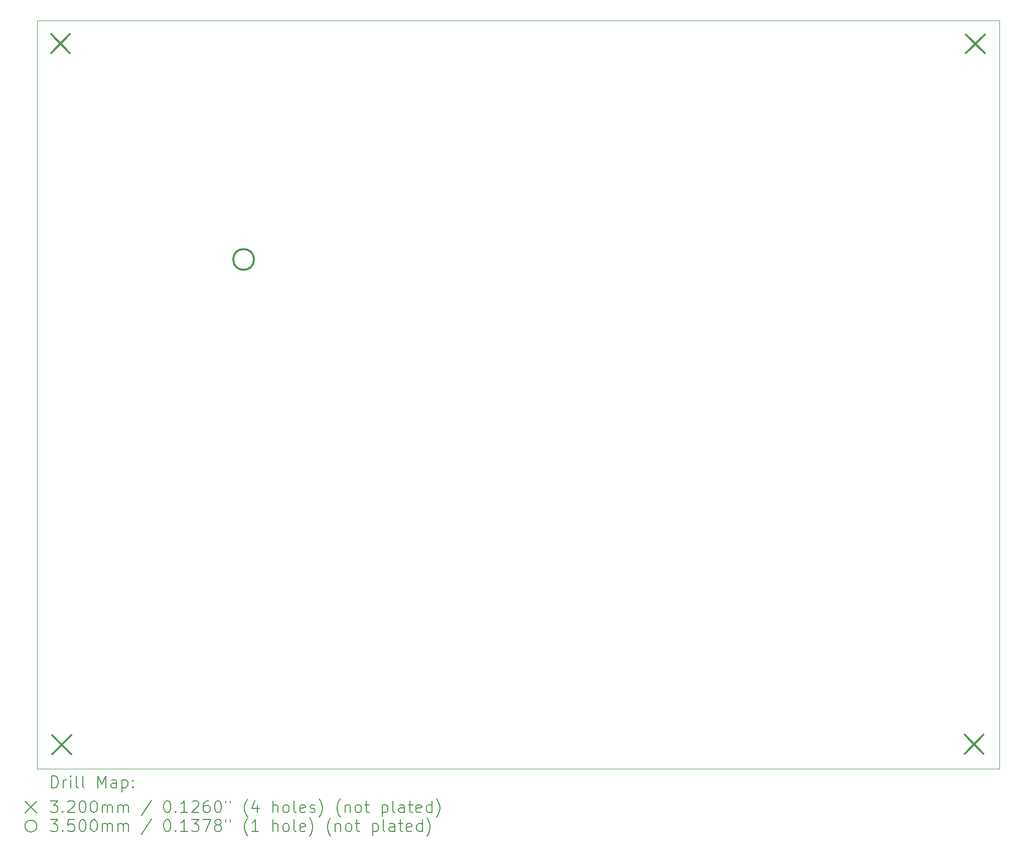
<source format=gbr>
%TF.GenerationSoftware,KiCad,Pcbnew,7.0.2-6a45011f42~172~ubuntu22.04.1*%
%TF.CreationDate,2023-04-27T13:31:00+02:00*%
%TF.ProjectId,Grup3_Tarda_Projecte_Netejaparabrises,47727570-335f-4546-9172-64615f50726f,1.4.27042023*%
%TF.SameCoordinates,Original*%
%TF.FileFunction,Drillmap*%
%TF.FilePolarity,Positive*%
%FSLAX45Y45*%
G04 Gerber Fmt 4.5, Leading zero omitted, Abs format (unit mm)*
G04 Created by KiCad (PCBNEW 7.0.2-6a45011f42~172~ubuntu22.04.1) date 2023-04-27 13:31:00*
%MOMM*%
%LPD*%
G01*
G04 APERTURE LIST*
%ADD10C,0.100000*%
%ADD11C,0.200000*%
%ADD12C,0.320000*%
%ADD13C,0.350000*%
G04 APERTURE END LIST*
D10*
X5336000Y-3273000D02*
X21572000Y-3273000D01*
X21572000Y-15918000D01*
X5336000Y-15918000D01*
X5336000Y-3273000D01*
D11*
D12*
X5569000Y-3502000D02*
X5889000Y-3822000D01*
X5889000Y-3502000D02*
X5569000Y-3822000D01*
X5592000Y-15347000D02*
X5912000Y-15667000D01*
X5912000Y-15347000D02*
X5592000Y-15667000D01*
X20987000Y-15340000D02*
X21307000Y-15660000D01*
X21307000Y-15340000D02*
X20987000Y-15660000D01*
X21008000Y-3509000D02*
X21328000Y-3829000D01*
X21328000Y-3509000D02*
X21008000Y-3829000D01*
D13*
X8995000Y-7312000D02*
G75*
G03*
X8995000Y-7312000I-175000J0D01*
G01*
D11*
X5578619Y-16235524D02*
X5578619Y-16035524D01*
X5578619Y-16035524D02*
X5626238Y-16035524D01*
X5626238Y-16035524D02*
X5654809Y-16045048D01*
X5654809Y-16045048D02*
X5673857Y-16064095D01*
X5673857Y-16064095D02*
X5683381Y-16083143D01*
X5683381Y-16083143D02*
X5692905Y-16121238D01*
X5692905Y-16121238D02*
X5692905Y-16149809D01*
X5692905Y-16149809D02*
X5683381Y-16187905D01*
X5683381Y-16187905D02*
X5673857Y-16206952D01*
X5673857Y-16206952D02*
X5654809Y-16226000D01*
X5654809Y-16226000D02*
X5626238Y-16235524D01*
X5626238Y-16235524D02*
X5578619Y-16235524D01*
X5778619Y-16235524D02*
X5778619Y-16102190D01*
X5778619Y-16140286D02*
X5788143Y-16121238D01*
X5788143Y-16121238D02*
X5797667Y-16111714D01*
X5797667Y-16111714D02*
X5816714Y-16102190D01*
X5816714Y-16102190D02*
X5835762Y-16102190D01*
X5902428Y-16235524D02*
X5902428Y-16102190D01*
X5902428Y-16035524D02*
X5892905Y-16045048D01*
X5892905Y-16045048D02*
X5902428Y-16054571D01*
X5902428Y-16054571D02*
X5911952Y-16045048D01*
X5911952Y-16045048D02*
X5902428Y-16035524D01*
X5902428Y-16035524D02*
X5902428Y-16054571D01*
X6026238Y-16235524D02*
X6007190Y-16226000D01*
X6007190Y-16226000D02*
X5997667Y-16206952D01*
X5997667Y-16206952D02*
X5997667Y-16035524D01*
X6131000Y-16235524D02*
X6111952Y-16226000D01*
X6111952Y-16226000D02*
X6102428Y-16206952D01*
X6102428Y-16206952D02*
X6102428Y-16035524D01*
X6359571Y-16235524D02*
X6359571Y-16035524D01*
X6359571Y-16035524D02*
X6426238Y-16178381D01*
X6426238Y-16178381D02*
X6492905Y-16035524D01*
X6492905Y-16035524D02*
X6492905Y-16235524D01*
X6673857Y-16235524D02*
X6673857Y-16130762D01*
X6673857Y-16130762D02*
X6664333Y-16111714D01*
X6664333Y-16111714D02*
X6645286Y-16102190D01*
X6645286Y-16102190D02*
X6607190Y-16102190D01*
X6607190Y-16102190D02*
X6588143Y-16111714D01*
X6673857Y-16226000D02*
X6654809Y-16235524D01*
X6654809Y-16235524D02*
X6607190Y-16235524D01*
X6607190Y-16235524D02*
X6588143Y-16226000D01*
X6588143Y-16226000D02*
X6578619Y-16206952D01*
X6578619Y-16206952D02*
X6578619Y-16187905D01*
X6578619Y-16187905D02*
X6588143Y-16168857D01*
X6588143Y-16168857D02*
X6607190Y-16159333D01*
X6607190Y-16159333D02*
X6654809Y-16159333D01*
X6654809Y-16159333D02*
X6673857Y-16149809D01*
X6769095Y-16102190D02*
X6769095Y-16302190D01*
X6769095Y-16111714D02*
X6788143Y-16102190D01*
X6788143Y-16102190D02*
X6826238Y-16102190D01*
X6826238Y-16102190D02*
X6845286Y-16111714D01*
X6845286Y-16111714D02*
X6854809Y-16121238D01*
X6854809Y-16121238D02*
X6864333Y-16140286D01*
X6864333Y-16140286D02*
X6864333Y-16197428D01*
X6864333Y-16197428D02*
X6854809Y-16216476D01*
X6854809Y-16216476D02*
X6845286Y-16226000D01*
X6845286Y-16226000D02*
X6826238Y-16235524D01*
X6826238Y-16235524D02*
X6788143Y-16235524D01*
X6788143Y-16235524D02*
X6769095Y-16226000D01*
X6950048Y-16216476D02*
X6959571Y-16226000D01*
X6959571Y-16226000D02*
X6950048Y-16235524D01*
X6950048Y-16235524D02*
X6940524Y-16226000D01*
X6940524Y-16226000D02*
X6950048Y-16216476D01*
X6950048Y-16216476D02*
X6950048Y-16235524D01*
X6950048Y-16111714D02*
X6959571Y-16121238D01*
X6959571Y-16121238D02*
X6950048Y-16130762D01*
X6950048Y-16130762D02*
X6940524Y-16121238D01*
X6940524Y-16121238D02*
X6950048Y-16111714D01*
X6950048Y-16111714D02*
X6950048Y-16130762D01*
X5131000Y-16463000D02*
X5331000Y-16663000D01*
X5331000Y-16463000D02*
X5131000Y-16663000D01*
X5559571Y-16455524D02*
X5683381Y-16455524D01*
X5683381Y-16455524D02*
X5616714Y-16531714D01*
X5616714Y-16531714D02*
X5645286Y-16531714D01*
X5645286Y-16531714D02*
X5664333Y-16541238D01*
X5664333Y-16541238D02*
X5673857Y-16550762D01*
X5673857Y-16550762D02*
X5683381Y-16569809D01*
X5683381Y-16569809D02*
X5683381Y-16617428D01*
X5683381Y-16617428D02*
X5673857Y-16636476D01*
X5673857Y-16636476D02*
X5664333Y-16646000D01*
X5664333Y-16646000D02*
X5645286Y-16655524D01*
X5645286Y-16655524D02*
X5588143Y-16655524D01*
X5588143Y-16655524D02*
X5569095Y-16646000D01*
X5569095Y-16646000D02*
X5559571Y-16636476D01*
X5769095Y-16636476D02*
X5778619Y-16646000D01*
X5778619Y-16646000D02*
X5769095Y-16655524D01*
X5769095Y-16655524D02*
X5759571Y-16646000D01*
X5759571Y-16646000D02*
X5769095Y-16636476D01*
X5769095Y-16636476D02*
X5769095Y-16655524D01*
X5854809Y-16474571D02*
X5864333Y-16465048D01*
X5864333Y-16465048D02*
X5883381Y-16455524D01*
X5883381Y-16455524D02*
X5931000Y-16455524D01*
X5931000Y-16455524D02*
X5950048Y-16465048D01*
X5950048Y-16465048D02*
X5959571Y-16474571D01*
X5959571Y-16474571D02*
X5969095Y-16493619D01*
X5969095Y-16493619D02*
X5969095Y-16512667D01*
X5969095Y-16512667D02*
X5959571Y-16541238D01*
X5959571Y-16541238D02*
X5845286Y-16655524D01*
X5845286Y-16655524D02*
X5969095Y-16655524D01*
X6092905Y-16455524D02*
X6111952Y-16455524D01*
X6111952Y-16455524D02*
X6131000Y-16465048D01*
X6131000Y-16465048D02*
X6140524Y-16474571D01*
X6140524Y-16474571D02*
X6150048Y-16493619D01*
X6150048Y-16493619D02*
X6159571Y-16531714D01*
X6159571Y-16531714D02*
X6159571Y-16579333D01*
X6159571Y-16579333D02*
X6150048Y-16617428D01*
X6150048Y-16617428D02*
X6140524Y-16636476D01*
X6140524Y-16636476D02*
X6131000Y-16646000D01*
X6131000Y-16646000D02*
X6111952Y-16655524D01*
X6111952Y-16655524D02*
X6092905Y-16655524D01*
X6092905Y-16655524D02*
X6073857Y-16646000D01*
X6073857Y-16646000D02*
X6064333Y-16636476D01*
X6064333Y-16636476D02*
X6054809Y-16617428D01*
X6054809Y-16617428D02*
X6045286Y-16579333D01*
X6045286Y-16579333D02*
X6045286Y-16531714D01*
X6045286Y-16531714D02*
X6054809Y-16493619D01*
X6054809Y-16493619D02*
X6064333Y-16474571D01*
X6064333Y-16474571D02*
X6073857Y-16465048D01*
X6073857Y-16465048D02*
X6092905Y-16455524D01*
X6283381Y-16455524D02*
X6302429Y-16455524D01*
X6302429Y-16455524D02*
X6321476Y-16465048D01*
X6321476Y-16465048D02*
X6331000Y-16474571D01*
X6331000Y-16474571D02*
X6340524Y-16493619D01*
X6340524Y-16493619D02*
X6350048Y-16531714D01*
X6350048Y-16531714D02*
X6350048Y-16579333D01*
X6350048Y-16579333D02*
X6340524Y-16617428D01*
X6340524Y-16617428D02*
X6331000Y-16636476D01*
X6331000Y-16636476D02*
X6321476Y-16646000D01*
X6321476Y-16646000D02*
X6302429Y-16655524D01*
X6302429Y-16655524D02*
X6283381Y-16655524D01*
X6283381Y-16655524D02*
X6264333Y-16646000D01*
X6264333Y-16646000D02*
X6254809Y-16636476D01*
X6254809Y-16636476D02*
X6245286Y-16617428D01*
X6245286Y-16617428D02*
X6235762Y-16579333D01*
X6235762Y-16579333D02*
X6235762Y-16531714D01*
X6235762Y-16531714D02*
X6245286Y-16493619D01*
X6245286Y-16493619D02*
X6254809Y-16474571D01*
X6254809Y-16474571D02*
X6264333Y-16465048D01*
X6264333Y-16465048D02*
X6283381Y-16455524D01*
X6435762Y-16655524D02*
X6435762Y-16522190D01*
X6435762Y-16541238D02*
X6445286Y-16531714D01*
X6445286Y-16531714D02*
X6464333Y-16522190D01*
X6464333Y-16522190D02*
X6492905Y-16522190D01*
X6492905Y-16522190D02*
X6511952Y-16531714D01*
X6511952Y-16531714D02*
X6521476Y-16550762D01*
X6521476Y-16550762D02*
X6521476Y-16655524D01*
X6521476Y-16550762D02*
X6531000Y-16531714D01*
X6531000Y-16531714D02*
X6550048Y-16522190D01*
X6550048Y-16522190D02*
X6578619Y-16522190D01*
X6578619Y-16522190D02*
X6597667Y-16531714D01*
X6597667Y-16531714D02*
X6607190Y-16550762D01*
X6607190Y-16550762D02*
X6607190Y-16655524D01*
X6702429Y-16655524D02*
X6702429Y-16522190D01*
X6702429Y-16541238D02*
X6711952Y-16531714D01*
X6711952Y-16531714D02*
X6731000Y-16522190D01*
X6731000Y-16522190D02*
X6759571Y-16522190D01*
X6759571Y-16522190D02*
X6778619Y-16531714D01*
X6778619Y-16531714D02*
X6788143Y-16550762D01*
X6788143Y-16550762D02*
X6788143Y-16655524D01*
X6788143Y-16550762D02*
X6797667Y-16531714D01*
X6797667Y-16531714D02*
X6816714Y-16522190D01*
X6816714Y-16522190D02*
X6845286Y-16522190D01*
X6845286Y-16522190D02*
X6864333Y-16531714D01*
X6864333Y-16531714D02*
X6873857Y-16550762D01*
X6873857Y-16550762D02*
X6873857Y-16655524D01*
X7264333Y-16446000D02*
X7092905Y-16703143D01*
X7521476Y-16455524D02*
X7540524Y-16455524D01*
X7540524Y-16455524D02*
X7559572Y-16465048D01*
X7559572Y-16465048D02*
X7569095Y-16474571D01*
X7569095Y-16474571D02*
X7578619Y-16493619D01*
X7578619Y-16493619D02*
X7588143Y-16531714D01*
X7588143Y-16531714D02*
X7588143Y-16579333D01*
X7588143Y-16579333D02*
X7578619Y-16617428D01*
X7578619Y-16617428D02*
X7569095Y-16636476D01*
X7569095Y-16636476D02*
X7559572Y-16646000D01*
X7559572Y-16646000D02*
X7540524Y-16655524D01*
X7540524Y-16655524D02*
X7521476Y-16655524D01*
X7521476Y-16655524D02*
X7502429Y-16646000D01*
X7502429Y-16646000D02*
X7492905Y-16636476D01*
X7492905Y-16636476D02*
X7483381Y-16617428D01*
X7483381Y-16617428D02*
X7473857Y-16579333D01*
X7473857Y-16579333D02*
X7473857Y-16531714D01*
X7473857Y-16531714D02*
X7483381Y-16493619D01*
X7483381Y-16493619D02*
X7492905Y-16474571D01*
X7492905Y-16474571D02*
X7502429Y-16465048D01*
X7502429Y-16465048D02*
X7521476Y-16455524D01*
X7673857Y-16636476D02*
X7683381Y-16646000D01*
X7683381Y-16646000D02*
X7673857Y-16655524D01*
X7673857Y-16655524D02*
X7664333Y-16646000D01*
X7664333Y-16646000D02*
X7673857Y-16636476D01*
X7673857Y-16636476D02*
X7673857Y-16655524D01*
X7873857Y-16655524D02*
X7759572Y-16655524D01*
X7816714Y-16655524D02*
X7816714Y-16455524D01*
X7816714Y-16455524D02*
X7797667Y-16484095D01*
X7797667Y-16484095D02*
X7778619Y-16503143D01*
X7778619Y-16503143D02*
X7759572Y-16512667D01*
X7950048Y-16474571D02*
X7959572Y-16465048D01*
X7959572Y-16465048D02*
X7978619Y-16455524D01*
X7978619Y-16455524D02*
X8026238Y-16455524D01*
X8026238Y-16455524D02*
X8045286Y-16465048D01*
X8045286Y-16465048D02*
X8054810Y-16474571D01*
X8054810Y-16474571D02*
X8064333Y-16493619D01*
X8064333Y-16493619D02*
X8064333Y-16512667D01*
X8064333Y-16512667D02*
X8054810Y-16541238D01*
X8054810Y-16541238D02*
X7940524Y-16655524D01*
X7940524Y-16655524D02*
X8064333Y-16655524D01*
X8235762Y-16455524D02*
X8197667Y-16455524D01*
X8197667Y-16455524D02*
X8178619Y-16465048D01*
X8178619Y-16465048D02*
X8169095Y-16474571D01*
X8169095Y-16474571D02*
X8150048Y-16503143D01*
X8150048Y-16503143D02*
X8140524Y-16541238D01*
X8140524Y-16541238D02*
X8140524Y-16617428D01*
X8140524Y-16617428D02*
X8150048Y-16636476D01*
X8150048Y-16636476D02*
X8159572Y-16646000D01*
X8159572Y-16646000D02*
X8178619Y-16655524D01*
X8178619Y-16655524D02*
X8216714Y-16655524D01*
X8216714Y-16655524D02*
X8235762Y-16646000D01*
X8235762Y-16646000D02*
X8245286Y-16636476D01*
X8245286Y-16636476D02*
X8254810Y-16617428D01*
X8254810Y-16617428D02*
X8254810Y-16569809D01*
X8254810Y-16569809D02*
X8245286Y-16550762D01*
X8245286Y-16550762D02*
X8235762Y-16541238D01*
X8235762Y-16541238D02*
X8216714Y-16531714D01*
X8216714Y-16531714D02*
X8178619Y-16531714D01*
X8178619Y-16531714D02*
X8159572Y-16541238D01*
X8159572Y-16541238D02*
X8150048Y-16550762D01*
X8150048Y-16550762D02*
X8140524Y-16569809D01*
X8378619Y-16455524D02*
X8397667Y-16455524D01*
X8397667Y-16455524D02*
X8416715Y-16465048D01*
X8416715Y-16465048D02*
X8426238Y-16474571D01*
X8426238Y-16474571D02*
X8435762Y-16493619D01*
X8435762Y-16493619D02*
X8445286Y-16531714D01*
X8445286Y-16531714D02*
X8445286Y-16579333D01*
X8445286Y-16579333D02*
X8435762Y-16617428D01*
X8435762Y-16617428D02*
X8426238Y-16636476D01*
X8426238Y-16636476D02*
X8416715Y-16646000D01*
X8416715Y-16646000D02*
X8397667Y-16655524D01*
X8397667Y-16655524D02*
X8378619Y-16655524D01*
X8378619Y-16655524D02*
X8359572Y-16646000D01*
X8359572Y-16646000D02*
X8350048Y-16636476D01*
X8350048Y-16636476D02*
X8340524Y-16617428D01*
X8340524Y-16617428D02*
X8331000Y-16579333D01*
X8331000Y-16579333D02*
X8331000Y-16531714D01*
X8331000Y-16531714D02*
X8340524Y-16493619D01*
X8340524Y-16493619D02*
X8350048Y-16474571D01*
X8350048Y-16474571D02*
X8359572Y-16465048D01*
X8359572Y-16465048D02*
X8378619Y-16455524D01*
X8521476Y-16455524D02*
X8521476Y-16493619D01*
X8597667Y-16455524D02*
X8597667Y-16493619D01*
X8892905Y-16731714D02*
X8883381Y-16722190D01*
X8883381Y-16722190D02*
X8864334Y-16693619D01*
X8864334Y-16693619D02*
X8854810Y-16674571D01*
X8854810Y-16674571D02*
X8845286Y-16646000D01*
X8845286Y-16646000D02*
X8835762Y-16598381D01*
X8835762Y-16598381D02*
X8835762Y-16560286D01*
X8835762Y-16560286D02*
X8845286Y-16512667D01*
X8845286Y-16512667D02*
X8854810Y-16484095D01*
X8854810Y-16484095D02*
X8864334Y-16465048D01*
X8864334Y-16465048D02*
X8883381Y-16436476D01*
X8883381Y-16436476D02*
X8892905Y-16426952D01*
X9054810Y-16522190D02*
X9054810Y-16655524D01*
X9007191Y-16446000D02*
X8959572Y-16588857D01*
X8959572Y-16588857D02*
X9083381Y-16588857D01*
X9311953Y-16655524D02*
X9311953Y-16455524D01*
X9397667Y-16655524D02*
X9397667Y-16550762D01*
X9397667Y-16550762D02*
X9388143Y-16531714D01*
X9388143Y-16531714D02*
X9369096Y-16522190D01*
X9369096Y-16522190D02*
X9340524Y-16522190D01*
X9340524Y-16522190D02*
X9321477Y-16531714D01*
X9321477Y-16531714D02*
X9311953Y-16541238D01*
X9521477Y-16655524D02*
X9502429Y-16646000D01*
X9502429Y-16646000D02*
X9492905Y-16636476D01*
X9492905Y-16636476D02*
X9483381Y-16617428D01*
X9483381Y-16617428D02*
X9483381Y-16560286D01*
X9483381Y-16560286D02*
X9492905Y-16541238D01*
X9492905Y-16541238D02*
X9502429Y-16531714D01*
X9502429Y-16531714D02*
X9521477Y-16522190D01*
X9521477Y-16522190D02*
X9550048Y-16522190D01*
X9550048Y-16522190D02*
X9569096Y-16531714D01*
X9569096Y-16531714D02*
X9578619Y-16541238D01*
X9578619Y-16541238D02*
X9588143Y-16560286D01*
X9588143Y-16560286D02*
X9588143Y-16617428D01*
X9588143Y-16617428D02*
X9578619Y-16636476D01*
X9578619Y-16636476D02*
X9569096Y-16646000D01*
X9569096Y-16646000D02*
X9550048Y-16655524D01*
X9550048Y-16655524D02*
X9521477Y-16655524D01*
X9702429Y-16655524D02*
X9683381Y-16646000D01*
X9683381Y-16646000D02*
X9673858Y-16626952D01*
X9673858Y-16626952D02*
X9673858Y-16455524D01*
X9854810Y-16646000D02*
X9835762Y-16655524D01*
X9835762Y-16655524D02*
X9797667Y-16655524D01*
X9797667Y-16655524D02*
X9778619Y-16646000D01*
X9778619Y-16646000D02*
X9769096Y-16626952D01*
X9769096Y-16626952D02*
X9769096Y-16550762D01*
X9769096Y-16550762D02*
X9778619Y-16531714D01*
X9778619Y-16531714D02*
X9797667Y-16522190D01*
X9797667Y-16522190D02*
X9835762Y-16522190D01*
X9835762Y-16522190D02*
X9854810Y-16531714D01*
X9854810Y-16531714D02*
X9864334Y-16550762D01*
X9864334Y-16550762D02*
X9864334Y-16569809D01*
X9864334Y-16569809D02*
X9769096Y-16588857D01*
X9940524Y-16646000D02*
X9959572Y-16655524D01*
X9959572Y-16655524D02*
X9997667Y-16655524D01*
X9997667Y-16655524D02*
X10016715Y-16646000D01*
X10016715Y-16646000D02*
X10026239Y-16626952D01*
X10026239Y-16626952D02*
X10026239Y-16617428D01*
X10026239Y-16617428D02*
X10016715Y-16598381D01*
X10016715Y-16598381D02*
X9997667Y-16588857D01*
X9997667Y-16588857D02*
X9969096Y-16588857D01*
X9969096Y-16588857D02*
X9950048Y-16579333D01*
X9950048Y-16579333D02*
X9940524Y-16560286D01*
X9940524Y-16560286D02*
X9940524Y-16550762D01*
X9940524Y-16550762D02*
X9950048Y-16531714D01*
X9950048Y-16531714D02*
X9969096Y-16522190D01*
X9969096Y-16522190D02*
X9997667Y-16522190D01*
X9997667Y-16522190D02*
X10016715Y-16531714D01*
X10092905Y-16731714D02*
X10102429Y-16722190D01*
X10102429Y-16722190D02*
X10121477Y-16693619D01*
X10121477Y-16693619D02*
X10131000Y-16674571D01*
X10131000Y-16674571D02*
X10140524Y-16646000D01*
X10140524Y-16646000D02*
X10150048Y-16598381D01*
X10150048Y-16598381D02*
X10150048Y-16560286D01*
X10150048Y-16560286D02*
X10140524Y-16512667D01*
X10140524Y-16512667D02*
X10131000Y-16484095D01*
X10131000Y-16484095D02*
X10121477Y-16465048D01*
X10121477Y-16465048D02*
X10102429Y-16436476D01*
X10102429Y-16436476D02*
X10092905Y-16426952D01*
X10454810Y-16731714D02*
X10445286Y-16722190D01*
X10445286Y-16722190D02*
X10426239Y-16693619D01*
X10426239Y-16693619D02*
X10416715Y-16674571D01*
X10416715Y-16674571D02*
X10407191Y-16646000D01*
X10407191Y-16646000D02*
X10397667Y-16598381D01*
X10397667Y-16598381D02*
X10397667Y-16560286D01*
X10397667Y-16560286D02*
X10407191Y-16512667D01*
X10407191Y-16512667D02*
X10416715Y-16484095D01*
X10416715Y-16484095D02*
X10426239Y-16465048D01*
X10426239Y-16465048D02*
X10445286Y-16436476D01*
X10445286Y-16436476D02*
X10454810Y-16426952D01*
X10531000Y-16522190D02*
X10531000Y-16655524D01*
X10531000Y-16541238D02*
X10540524Y-16531714D01*
X10540524Y-16531714D02*
X10559572Y-16522190D01*
X10559572Y-16522190D02*
X10588143Y-16522190D01*
X10588143Y-16522190D02*
X10607191Y-16531714D01*
X10607191Y-16531714D02*
X10616715Y-16550762D01*
X10616715Y-16550762D02*
X10616715Y-16655524D01*
X10740524Y-16655524D02*
X10721477Y-16646000D01*
X10721477Y-16646000D02*
X10711953Y-16636476D01*
X10711953Y-16636476D02*
X10702429Y-16617428D01*
X10702429Y-16617428D02*
X10702429Y-16560286D01*
X10702429Y-16560286D02*
X10711953Y-16541238D01*
X10711953Y-16541238D02*
X10721477Y-16531714D01*
X10721477Y-16531714D02*
X10740524Y-16522190D01*
X10740524Y-16522190D02*
X10769096Y-16522190D01*
X10769096Y-16522190D02*
X10788143Y-16531714D01*
X10788143Y-16531714D02*
X10797667Y-16541238D01*
X10797667Y-16541238D02*
X10807191Y-16560286D01*
X10807191Y-16560286D02*
X10807191Y-16617428D01*
X10807191Y-16617428D02*
X10797667Y-16636476D01*
X10797667Y-16636476D02*
X10788143Y-16646000D01*
X10788143Y-16646000D02*
X10769096Y-16655524D01*
X10769096Y-16655524D02*
X10740524Y-16655524D01*
X10864334Y-16522190D02*
X10940524Y-16522190D01*
X10892905Y-16455524D02*
X10892905Y-16626952D01*
X10892905Y-16626952D02*
X10902429Y-16646000D01*
X10902429Y-16646000D02*
X10921477Y-16655524D01*
X10921477Y-16655524D02*
X10940524Y-16655524D01*
X11159572Y-16522190D02*
X11159572Y-16722190D01*
X11159572Y-16531714D02*
X11178620Y-16522190D01*
X11178620Y-16522190D02*
X11216715Y-16522190D01*
X11216715Y-16522190D02*
X11235762Y-16531714D01*
X11235762Y-16531714D02*
X11245286Y-16541238D01*
X11245286Y-16541238D02*
X11254810Y-16560286D01*
X11254810Y-16560286D02*
X11254810Y-16617428D01*
X11254810Y-16617428D02*
X11245286Y-16636476D01*
X11245286Y-16636476D02*
X11235762Y-16646000D01*
X11235762Y-16646000D02*
X11216715Y-16655524D01*
X11216715Y-16655524D02*
X11178620Y-16655524D01*
X11178620Y-16655524D02*
X11159572Y-16646000D01*
X11369096Y-16655524D02*
X11350048Y-16646000D01*
X11350048Y-16646000D02*
X11340524Y-16626952D01*
X11340524Y-16626952D02*
X11340524Y-16455524D01*
X11531000Y-16655524D02*
X11531000Y-16550762D01*
X11531000Y-16550762D02*
X11521477Y-16531714D01*
X11521477Y-16531714D02*
X11502429Y-16522190D01*
X11502429Y-16522190D02*
X11464334Y-16522190D01*
X11464334Y-16522190D02*
X11445286Y-16531714D01*
X11531000Y-16646000D02*
X11511953Y-16655524D01*
X11511953Y-16655524D02*
X11464334Y-16655524D01*
X11464334Y-16655524D02*
X11445286Y-16646000D01*
X11445286Y-16646000D02*
X11435762Y-16626952D01*
X11435762Y-16626952D02*
X11435762Y-16607905D01*
X11435762Y-16607905D02*
X11445286Y-16588857D01*
X11445286Y-16588857D02*
X11464334Y-16579333D01*
X11464334Y-16579333D02*
X11511953Y-16579333D01*
X11511953Y-16579333D02*
X11531000Y-16569809D01*
X11597667Y-16522190D02*
X11673858Y-16522190D01*
X11626239Y-16455524D02*
X11626239Y-16626952D01*
X11626239Y-16626952D02*
X11635762Y-16646000D01*
X11635762Y-16646000D02*
X11654810Y-16655524D01*
X11654810Y-16655524D02*
X11673858Y-16655524D01*
X11816715Y-16646000D02*
X11797667Y-16655524D01*
X11797667Y-16655524D02*
X11759572Y-16655524D01*
X11759572Y-16655524D02*
X11740524Y-16646000D01*
X11740524Y-16646000D02*
X11731000Y-16626952D01*
X11731000Y-16626952D02*
X11731000Y-16550762D01*
X11731000Y-16550762D02*
X11740524Y-16531714D01*
X11740524Y-16531714D02*
X11759572Y-16522190D01*
X11759572Y-16522190D02*
X11797667Y-16522190D01*
X11797667Y-16522190D02*
X11816715Y-16531714D01*
X11816715Y-16531714D02*
X11826239Y-16550762D01*
X11826239Y-16550762D02*
X11826239Y-16569809D01*
X11826239Y-16569809D02*
X11731000Y-16588857D01*
X11997667Y-16655524D02*
X11997667Y-16455524D01*
X11997667Y-16646000D02*
X11978620Y-16655524D01*
X11978620Y-16655524D02*
X11940524Y-16655524D01*
X11940524Y-16655524D02*
X11921477Y-16646000D01*
X11921477Y-16646000D02*
X11911953Y-16636476D01*
X11911953Y-16636476D02*
X11902429Y-16617428D01*
X11902429Y-16617428D02*
X11902429Y-16560286D01*
X11902429Y-16560286D02*
X11911953Y-16541238D01*
X11911953Y-16541238D02*
X11921477Y-16531714D01*
X11921477Y-16531714D02*
X11940524Y-16522190D01*
X11940524Y-16522190D02*
X11978620Y-16522190D01*
X11978620Y-16522190D02*
X11997667Y-16531714D01*
X12073858Y-16731714D02*
X12083381Y-16722190D01*
X12083381Y-16722190D02*
X12102429Y-16693619D01*
X12102429Y-16693619D02*
X12111953Y-16674571D01*
X12111953Y-16674571D02*
X12121477Y-16646000D01*
X12121477Y-16646000D02*
X12131000Y-16598381D01*
X12131000Y-16598381D02*
X12131000Y-16560286D01*
X12131000Y-16560286D02*
X12121477Y-16512667D01*
X12121477Y-16512667D02*
X12111953Y-16484095D01*
X12111953Y-16484095D02*
X12102429Y-16465048D01*
X12102429Y-16465048D02*
X12083381Y-16436476D01*
X12083381Y-16436476D02*
X12073858Y-16426952D01*
X5331000Y-16883000D02*
G75*
G03*
X5331000Y-16883000I-100000J0D01*
G01*
X5559571Y-16775524D02*
X5683381Y-16775524D01*
X5683381Y-16775524D02*
X5616714Y-16851714D01*
X5616714Y-16851714D02*
X5645286Y-16851714D01*
X5645286Y-16851714D02*
X5664333Y-16861238D01*
X5664333Y-16861238D02*
X5673857Y-16870762D01*
X5673857Y-16870762D02*
X5683381Y-16889810D01*
X5683381Y-16889810D02*
X5683381Y-16937429D01*
X5683381Y-16937429D02*
X5673857Y-16956476D01*
X5673857Y-16956476D02*
X5664333Y-16966000D01*
X5664333Y-16966000D02*
X5645286Y-16975524D01*
X5645286Y-16975524D02*
X5588143Y-16975524D01*
X5588143Y-16975524D02*
X5569095Y-16966000D01*
X5569095Y-16966000D02*
X5559571Y-16956476D01*
X5769095Y-16956476D02*
X5778619Y-16966000D01*
X5778619Y-16966000D02*
X5769095Y-16975524D01*
X5769095Y-16975524D02*
X5759571Y-16966000D01*
X5759571Y-16966000D02*
X5769095Y-16956476D01*
X5769095Y-16956476D02*
X5769095Y-16975524D01*
X5959571Y-16775524D02*
X5864333Y-16775524D01*
X5864333Y-16775524D02*
X5854809Y-16870762D01*
X5854809Y-16870762D02*
X5864333Y-16861238D01*
X5864333Y-16861238D02*
X5883381Y-16851714D01*
X5883381Y-16851714D02*
X5931000Y-16851714D01*
X5931000Y-16851714D02*
X5950048Y-16861238D01*
X5950048Y-16861238D02*
X5959571Y-16870762D01*
X5959571Y-16870762D02*
X5969095Y-16889810D01*
X5969095Y-16889810D02*
X5969095Y-16937429D01*
X5969095Y-16937429D02*
X5959571Y-16956476D01*
X5959571Y-16956476D02*
X5950048Y-16966000D01*
X5950048Y-16966000D02*
X5931000Y-16975524D01*
X5931000Y-16975524D02*
X5883381Y-16975524D01*
X5883381Y-16975524D02*
X5864333Y-16966000D01*
X5864333Y-16966000D02*
X5854809Y-16956476D01*
X6092905Y-16775524D02*
X6111952Y-16775524D01*
X6111952Y-16775524D02*
X6131000Y-16785048D01*
X6131000Y-16785048D02*
X6140524Y-16794571D01*
X6140524Y-16794571D02*
X6150048Y-16813619D01*
X6150048Y-16813619D02*
X6159571Y-16851714D01*
X6159571Y-16851714D02*
X6159571Y-16899333D01*
X6159571Y-16899333D02*
X6150048Y-16937429D01*
X6150048Y-16937429D02*
X6140524Y-16956476D01*
X6140524Y-16956476D02*
X6131000Y-16966000D01*
X6131000Y-16966000D02*
X6111952Y-16975524D01*
X6111952Y-16975524D02*
X6092905Y-16975524D01*
X6092905Y-16975524D02*
X6073857Y-16966000D01*
X6073857Y-16966000D02*
X6064333Y-16956476D01*
X6064333Y-16956476D02*
X6054809Y-16937429D01*
X6054809Y-16937429D02*
X6045286Y-16899333D01*
X6045286Y-16899333D02*
X6045286Y-16851714D01*
X6045286Y-16851714D02*
X6054809Y-16813619D01*
X6054809Y-16813619D02*
X6064333Y-16794571D01*
X6064333Y-16794571D02*
X6073857Y-16785048D01*
X6073857Y-16785048D02*
X6092905Y-16775524D01*
X6283381Y-16775524D02*
X6302429Y-16775524D01*
X6302429Y-16775524D02*
X6321476Y-16785048D01*
X6321476Y-16785048D02*
X6331000Y-16794571D01*
X6331000Y-16794571D02*
X6340524Y-16813619D01*
X6340524Y-16813619D02*
X6350048Y-16851714D01*
X6350048Y-16851714D02*
X6350048Y-16899333D01*
X6350048Y-16899333D02*
X6340524Y-16937429D01*
X6340524Y-16937429D02*
X6331000Y-16956476D01*
X6331000Y-16956476D02*
X6321476Y-16966000D01*
X6321476Y-16966000D02*
X6302429Y-16975524D01*
X6302429Y-16975524D02*
X6283381Y-16975524D01*
X6283381Y-16975524D02*
X6264333Y-16966000D01*
X6264333Y-16966000D02*
X6254809Y-16956476D01*
X6254809Y-16956476D02*
X6245286Y-16937429D01*
X6245286Y-16937429D02*
X6235762Y-16899333D01*
X6235762Y-16899333D02*
X6235762Y-16851714D01*
X6235762Y-16851714D02*
X6245286Y-16813619D01*
X6245286Y-16813619D02*
X6254809Y-16794571D01*
X6254809Y-16794571D02*
X6264333Y-16785048D01*
X6264333Y-16785048D02*
X6283381Y-16775524D01*
X6435762Y-16975524D02*
X6435762Y-16842190D01*
X6435762Y-16861238D02*
X6445286Y-16851714D01*
X6445286Y-16851714D02*
X6464333Y-16842190D01*
X6464333Y-16842190D02*
X6492905Y-16842190D01*
X6492905Y-16842190D02*
X6511952Y-16851714D01*
X6511952Y-16851714D02*
X6521476Y-16870762D01*
X6521476Y-16870762D02*
X6521476Y-16975524D01*
X6521476Y-16870762D02*
X6531000Y-16851714D01*
X6531000Y-16851714D02*
X6550048Y-16842190D01*
X6550048Y-16842190D02*
X6578619Y-16842190D01*
X6578619Y-16842190D02*
X6597667Y-16851714D01*
X6597667Y-16851714D02*
X6607190Y-16870762D01*
X6607190Y-16870762D02*
X6607190Y-16975524D01*
X6702429Y-16975524D02*
X6702429Y-16842190D01*
X6702429Y-16861238D02*
X6711952Y-16851714D01*
X6711952Y-16851714D02*
X6731000Y-16842190D01*
X6731000Y-16842190D02*
X6759571Y-16842190D01*
X6759571Y-16842190D02*
X6778619Y-16851714D01*
X6778619Y-16851714D02*
X6788143Y-16870762D01*
X6788143Y-16870762D02*
X6788143Y-16975524D01*
X6788143Y-16870762D02*
X6797667Y-16851714D01*
X6797667Y-16851714D02*
X6816714Y-16842190D01*
X6816714Y-16842190D02*
X6845286Y-16842190D01*
X6845286Y-16842190D02*
X6864333Y-16851714D01*
X6864333Y-16851714D02*
X6873857Y-16870762D01*
X6873857Y-16870762D02*
X6873857Y-16975524D01*
X7264333Y-16766000D02*
X7092905Y-17023143D01*
X7521476Y-16775524D02*
X7540524Y-16775524D01*
X7540524Y-16775524D02*
X7559572Y-16785048D01*
X7559572Y-16785048D02*
X7569095Y-16794571D01*
X7569095Y-16794571D02*
X7578619Y-16813619D01*
X7578619Y-16813619D02*
X7588143Y-16851714D01*
X7588143Y-16851714D02*
X7588143Y-16899333D01*
X7588143Y-16899333D02*
X7578619Y-16937429D01*
X7578619Y-16937429D02*
X7569095Y-16956476D01*
X7569095Y-16956476D02*
X7559572Y-16966000D01*
X7559572Y-16966000D02*
X7540524Y-16975524D01*
X7540524Y-16975524D02*
X7521476Y-16975524D01*
X7521476Y-16975524D02*
X7502429Y-16966000D01*
X7502429Y-16966000D02*
X7492905Y-16956476D01*
X7492905Y-16956476D02*
X7483381Y-16937429D01*
X7483381Y-16937429D02*
X7473857Y-16899333D01*
X7473857Y-16899333D02*
X7473857Y-16851714D01*
X7473857Y-16851714D02*
X7483381Y-16813619D01*
X7483381Y-16813619D02*
X7492905Y-16794571D01*
X7492905Y-16794571D02*
X7502429Y-16785048D01*
X7502429Y-16785048D02*
X7521476Y-16775524D01*
X7673857Y-16956476D02*
X7683381Y-16966000D01*
X7683381Y-16966000D02*
X7673857Y-16975524D01*
X7673857Y-16975524D02*
X7664333Y-16966000D01*
X7664333Y-16966000D02*
X7673857Y-16956476D01*
X7673857Y-16956476D02*
X7673857Y-16975524D01*
X7873857Y-16975524D02*
X7759572Y-16975524D01*
X7816714Y-16975524D02*
X7816714Y-16775524D01*
X7816714Y-16775524D02*
X7797667Y-16804095D01*
X7797667Y-16804095D02*
X7778619Y-16823143D01*
X7778619Y-16823143D02*
X7759572Y-16832667D01*
X7940524Y-16775524D02*
X8064333Y-16775524D01*
X8064333Y-16775524D02*
X7997667Y-16851714D01*
X7997667Y-16851714D02*
X8026238Y-16851714D01*
X8026238Y-16851714D02*
X8045286Y-16861238D01*
X8045286Y-16861238D02*
X8054810Y-16870762D01*
X8054810Y-16870762D02*
X8064333Y-16889810D01*
X8064333Y-16889810D02*
X8064333Y-16937429D01*
X8064333Y-16937429D02*
X8054810Y-16956476D01*
X8054810Y-16956476D02*
X8045286Y-16966000D01*
X8045286Y-16966000D02*
X8026238Y-16975524D01*
X8026238Y-16975524D02*
X7969095Y-16975524D01*
X7969095Y-16975524D02*
X7950048Y-16966000D01*
X7950048Y-16966000D02*
X7940524Y-16956476D01*
X8131000Y-16775524D02*
X8264333Y-16775524D01*
X8264333Y-16775524D02*
X8178619Y-16975524D01*
X8369095Y-16861238D02*
X8350048Y-16851714D01*
X8350048Y-16851714D02*
X8340524Y-16842190D01*
X8340524Y-16842190D02*
X8331000Y-16823143D01*
X8331000Y-16823143D02*
X8331000Y-16813619D01*
X8331000Y-16813619D02*
X8340524Y-16794571D01*
X8340524Y-16794571D02*
X8350048Y-16785048D01*
X8350048Y-16785048D02*
X8369095Y-16775524D01*
X8369095Y-16775524D02*
X8407191Y-16775524D01*
X8407191Y-16775524D02*
X8426238Y-16785048D01*
X8426238Y-16785048D02*
X8435762Y-16794571D01*
X8435762Y-16794571D02*
X8445286Y-16813619D01*
X8445286Y-16813619D02*
X8445286Y-16823143D01*
X8445286Y-16823143D02*
X8435762Y-16842190D01*
X8435762Y-16842190D02*
X8426238Y-16851714D01*
X8426238Y-16851714D02*
X8407191Y-16861238D01*
X8407191Y-16861238D02*
X8369095Y-16861238D01*
X8369095Y-16861238D02*
X8350048Y-16870762D01*
X8350048Y-16870762D02*
X8340524Y-16880286D01*
X8340524Y-16880286D02*
X8331000Y-16899333D01*
X8331000Y-16899333D02*
X8331000Y-16937429D01*
X8331000Y-16937429D02*
X8340524Y-16956476D01*
X8340524Y-16956476D02*
X8350048Y-16966000D01*
X8350048Y-16966000D02*
X8369095Y-16975524D01*
X8369095Y-16975524D02*
X8407191Y-16975524D01*
X8407191Y-16975524D02*
X8426238Y-16966000D01*
X8426238Y-16966000D02*
X8435762Y-16956476D01*
X8435762Y-16956476D02*
X8445286Y-16937429D01*
X8445286Y-16937429D02*
X8445286Y-16899333D01*
X8445286Y-16899333D02*
X8435762Y-16880286D01*
X8435762Y-16880286D02*
X8426238Y-16870762D01*
X8426238Y-16870762D02*
X8407191Y-16861238D01*
X8521476Y-16775524D02*
X8521476Y-16813619D01*
X8597667Y-16775524D02*
X8597667Y-16813619D01*
X8892905Y-17051714D02*
X8883381Y-17042190D01*
X8883381Y-17042190D02*
X8864334Y-17013619D01*
X8864334Y-17013619D02*
X8854810Y-16994571D01*
X8854810Y-16994571D02*
X8845286Y-16966000D01*
X8845286Y-16966000D02*
X8835762Y-16918381D01*
X8835762Y-16918381D02*
X8835762Y-16880286D01*
X8835762Y-16880286D02*
X8845286Y-16832667D01*
X8845286Y-16832667D02*
X8854810Y-16804095D01*
X8854810Y-16804095D02*
X8864334Y-16785048D01*
X8864334Y-16785048D02*
X8883381Y-16756476D01*
X8883381Y-16756476D02*
X8892905Y-16746952D01*
X9073857Y-16975524D02*
X8959572Y-16975524D01*
X9016715Y-16975524D02*
X9016715Y-16775524D01*
X9016715Y-16775524D02*
X8997667Y-16804095D01*
X8997667Y-16804095D02*
X8978619Y-16823143D01*
X8978619Y-16823143D02*
X8959572Y-16832667D01*
X9311953Y-16975524D02*
X9311953Y-16775524D01*
X9397667Y-16975524D02*
X9397667Y-16870762D01*
X9397667Y-16870762D02*
X9388143Y-16851714D01*
X9388143Y-16851714D02*
X9369096Y-16842190D01*
X9369096Y-16842190D02*
X9340524Y-16842190D01*
X9340524Y-16842190D02*
X9321477Y-16851714D01*
X9321477Y-16851714D02*
X9311953Y-16861238D01*
X9521477Y-16975524D02*
X9502429Y-16966000D01*
X9502429Y-16966000D02*
X9492905Y-16956476D01*
X9492905Y-16956476D02*
X9483381Y-16937429D01*
X9483381Y-16937429D02*
X9483381Y-16880286D01*
X9483381Y-16880286D02*
X9492905Y-16861238D01*
X9492905Y-16861238D02*
X9502429Y-16851714D01*
X9502429Y-16851714D02*
X9521477Y-16842190D01*
X9521477Y-16842190D02*
X9550048Y-16842190D01*
X9550048Y-16842190D02*
X9569096Y-16851714D01*
X9569096Y-16851714D02*
X9578619Y-16861238D01*
X9578619Y-16861238D02*
X9588143Y-16880286D01*
X9588143Y-16880286D02*
X9588143Y-16937429D01*
X9588143Y-16937429D02*
X9578619Y-16956476D01*
X9578619Y-16956476D02*
X9569096Y-16966000D01*
X9569096Y-16966000D02*
X9550048Y-16975524D01*
X9550048Y-16975524D02*
X9521477Y-16975524D01*
X9702429Y-16975524D02*
X9683381Y-16966000D01*
X9683381Y-16966000D02*
X9673858Y-16946952D01*
X9673858Y-16946952D02*
X9673858Y-16775524D01*
X9854810Y-16966000D02*
X9835762Y-16975524D01*
X9835762Y-16975524D02*
X9797667Y-16975524D01*
X9797667Y-16975524D02*
X9778619Y-16966000D01*
X9778619Y-16966000D02*
X9769096Y-16946952D01*
X9769096Y-16946952D02*
X9769096Y-16870762D01*
X9769096Y-16870762D02*
X9778619Y-16851714D01*
X9778619Y-16851714D02*
X9797667Y-16842190D01*
X9797667Y-16842190D02*
X9835762Y-16842190D01*
X9835762Y-16842190D02*
X9854810Y-16851714D01*
X9854810Y-16851714D02*
X9864334Y-16870762D01*
X9864334Y-16870762D02*
X9864334Y-16889810D01*
X9864334Y-16889810D02*
X9769096Y-16908857D01*
X9931000Y-17051714D02*
X9940524Y-17042190D01*
X9940524Y-17042190D02*
X9959572Y-17013619D01*
X9959572Y-17013619D02*
X9969096Y-16994571D01*
X9969096Y-16994571D02*
X9978619Y-16966000D01*
X9978619Y-16966000D02*
X9988143Y-16918381D01*
X9988143Y-16918381D02*
X9988143Y-16880286D01*
X9988143Y-16880286D02*
X9978619Y-16832667D01*
X9978619Y-16832667D02*
X9969096Y-16804095D01*
X9969096Y-16804095D02*
X9959572Y-16785048D01*
X9959572Y-16785048D02*
X9940524Y-16756476D01*
X9940524Y-16756476D02*
X9931000Y-16746952D01*
X10292905Y-17051714D02*
X10283381Y-17042190D01*
X10283381Y-17042190D02*
X10264334Y-17013619D01*
X10264334Y-17013619D02*
X10254810Y-16994571D01*
X10254810Y-16994571D02*
X10245286Y-16966000D01*
X10245286Y-16966000D02*
X10235762Y-16918381D01*
X10235762Y-16918381D02*
X10235762Y-16880286D01*
X10235762Y-16880286D02*
X10245286Y-16832667D01*
X10245286Y-16832667D02*
X10254810Y-16804095D01*
X10254810Y-16804095D02*
X10264334Y-16785048D01*
X10264334Y-16785048D02*
X10283381Y-16756476D01*
X10283381Y-16756476D02*
X10292905Y-16746952D01*
X10369096Y-16842190D02*
X10369096Y-16975524D01*
X10369096Y-16861238D02*
X10378619Y-16851714D01*
X10378619Y-16851714D02*
X10397667Y-16842190D01*
X10397667Y-16842190D02*
X10426239Y-16842190D01*
X10426239Y-16842190D02*
X10445286Y-16851714D01*
X10445286Y-16851714D02*
X10454810Y-16870762D01*
X10454810Y-16870762D02*
X10454810Y-16975524D01*
X10578619Y-16975524D02*
X10559572Y-16966000D01*
X10559572Y-16966000D02*
X10550048Y-16956476D01*
X10550048Y-16956476D02*
X10540524Y-16937429D01*
X10540524Y-16937429D02*
X10540524Y-16880286D01*
X10540524Y-16880286D02*
X10550048Y-16861238D01*
X10550048Y-16861238D02*
X10559572Y-16851714D01*
X10559572Y-16851714D02*
X10578619Y-16842190D01*
X10578619Y-16842190D02*
X10607191Y-16842190D01*
X10607191Y-16842190D02*
X10626239Y-16851714D01*
X10626239Y-16851714D02*
X10635762Y-16861238D01*
X10635762Y-16861238D02*
X10645286Y-16880286D01*
X10645286Y-16880286D02*
X10645286Y-16937429D01*
X10645286Y-16937429D02*
X10635762Y-16956476D01*
X10635762Y-16956476D02*
X10626239Y-16966000D01*
X10626239Y-16966000D02*
X10607191Y-16975524D01*
X10607191Y-16975524D02*
X10578619Y-16975524D01*
X10702429Y-16842190D02*
X10778619Y-16842190D01*
X10731000Y-16775524D02*
X10731000Y-16946952D01*
X10731000Y-16946952D02*
X10740524Y-16966000D01*
X10740524Y-16966000D02*
X10759572Y-16975524D01*
X10759572Y-16975524D02*
X10778619Y-16975524D01*
X10997667Y-16842190D02*
X10997667Y-17042190D01*
X10997667Y-16851714D02*
X11016715Y-16842190D01*
X11016715Y-16842190D02*
X11054810Y-16842190D01*
X11054810Y-16842190D02*
X11073858Y-16851714D01*
X11073858Y-16851714D02*
X11083381Y-16861238D01*
X11083381Y-16861238D02*
X11092905Y-16880286D01*
X11092905Y-16880286D02*
X11092905Y-16937429D01*
X11092905Y-16937429D02*
X11083381Y-16956476D01*
X11083381Y-16956476D02*
X11073858Y-16966000D01*
X11073858Y-16966000D02*
X11054810Y-16975524D01*
X11054810Y-16975524D02*
X11016715Y-16975524D01*
X11016715Y-16975524D02*
X10997667Y-16966000D01*
X11207191Y-16975524D02*
X11188143Y-16966000D01*
X11188143Y-16966000D02*
X11178620Y-16946952D01*
X11178620Y-16946952D02*
X11178620Y-16775524D01*
X11369096Y-16975524D02*
X11369096Y-16870762D01*
X11369096Y-16870762D02*
X11359572Y-16851714D01*
X11359572Y-16851714D02*
X11340524Y-16842190D01*
X11340524Y-16842190D02*
X11302429Y-16842190D01*
X11302429Y-16842190D02*
X11283381Y-16851714D01*
X11369096Y-16966000D02*
X11350048Y-16975524D01*
X11350048Y-16975524D02*
X11302429Y-16975524D01*
X11302429Y-16975524D02*
X11283381Y-16966000D01*
X11283381Y-16966000D02*
X11273858Y-16946952D01*
X11273858Y-16946952D02*
X11273858Y-16927905D01*
X11273858Y-16927905D02*
X11283381Y-16908857D01*
X11283381Y-16908857D02*
X11302429Y-16899333D01*
X11302429Y-16899333D02*
X11350048Y-16899333D01*
X11350048Y-16899333D02*
X11369096Y-16889810D01*
X11435762Y-16842190D02*
X11511953Y-16842190D01*
X11464334Y-16775524D02*
X11464334Y-16946952D01*
X11464334Y-16946952D02*
X11473858Y-16966000D01*
X11473858Y-16966000D02*
X11492905Y-16975524D01*
X11492905Y-16975524D02*
X11511953Y-16975524D01*
X11654810Y-16966000D02*
X11635762Y-16975524D01*
X11635762Y-16975524D02*
X11597667Y-16975524D01*
X11597667Y-16975524D02*
X11578619Y-16966000D01*
X11578619Y-16966000D02*
X11569096Y-16946952D01*
X11569096Y-16946952D02*
X11569096Y-16870762D01*
X11569096Y-16870762D02*
X11578619Y-16851714D01*
X11578619Y-16851714D02*
X11597667Y-16842190D01*
X11597667Y-16842190D02*
X11635762Y-16842190D01*
X11635762Y-16842190D02*
X11654810Y-16851714D01*
X11654810Y-16851714D02*
X11664334Y-16870762D01*
X11664334Y-16870762D02*
X11664334Y-16889810D01*
X11664334Y-16889810D02*
X11569096Y-16908857D01*
X11835762Y-16975524D02*
X11835762Y-16775524D01*
X11835762Y-16966000D02*
X11816715Y-16975524D01*
X11816715Y-16975524D02*
X11778619Y-16975524D01*
X11778619Y-16975524D02*
X11759572Y-16966000D01*
X11759572Y-16966000D02*
X11750048Y-16956476D01*
X11750048Y-16956476D02*
X11740524Y-16937429D01*
X11740524Y-16937429D02*
X11740524Y-16880286D01*
X11740524Y-16880286D02*
X11750048Y-16861238D01*
X11750048Y-16861238D02*
X11759572Y-16851714D01*
X11759572Y-16851714D02*
X11778619Y-16842190D01*
X11778619Y-16842190D02*
X11816715Y-16842190D01*
X11816715Y-16842190D02*
X11835762Y-16851714D01*
X11911953Y-17051714D02*
X11921477Y-17042190D01*
X11921477Y-17042190D02*
X11940524Y-17013619D01*
X11940524Y-17013619D02*
X11950048Y-16994571D01*
X11950048Y-16994571D02*
X11959572Y-16966000D01*
X11959572Y-16966000D02*
X11969096Y-16918381D01*
X11969096Y-16918381D02*
X11969096Y-16880286D01*
X11969096Y-16880286D02*
X11959572Y-16832667D01*
X11959572Y-16832667D02*
X11950048Y-16804095D01*
X11950048Y-16804095D02*
X11940524Y-16785048D01*
X11940524Y-16785048D02*
X11921477Y-16756476D01*
X11921477Y-16756476D02*
X11911953Y-16746952D01*
M02*

</source>
